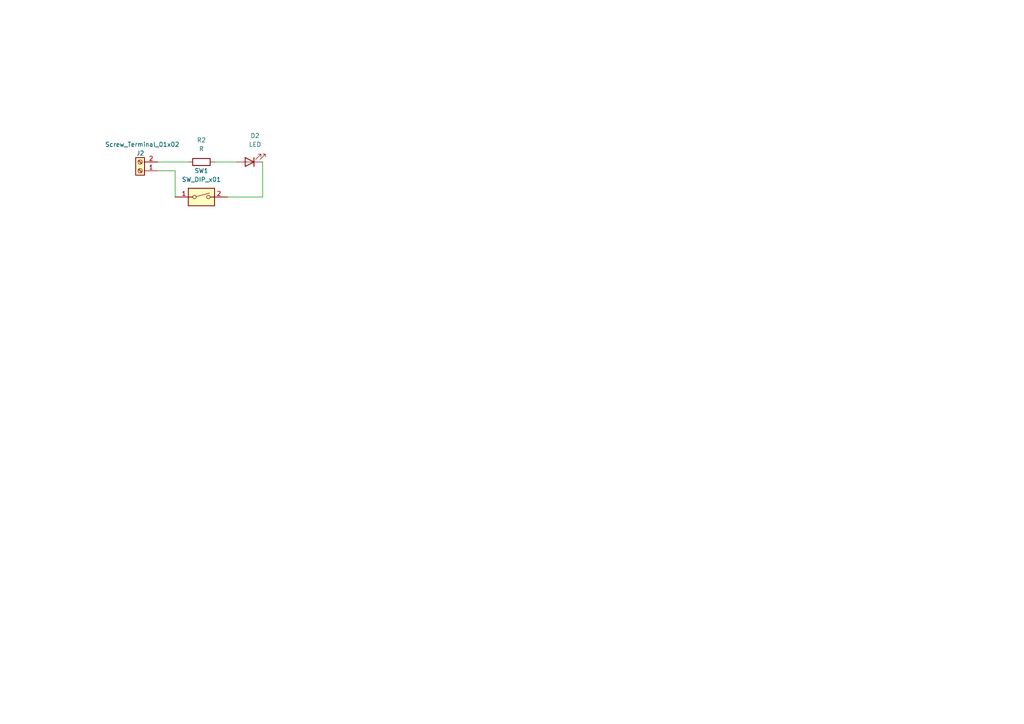
<source format=kicad_sch>
(kicad_sch (version 20230121) (generator eeschema)
  (paper "A4")
  (lib_symbols
    (symbol "Connector:Screw_Terminal_01x02" (pin_names (offset 1.016) hide)
      (property "Reference" "J" (at 0 2.54 0))
      (property "Value" "Screw_Terminal_01x02" (at 0 -5.08 0))
      (symbol "Screw_Terminal_01x02_1_1"
        (rectangle (start -1.27 1.27) (end 1.27 -3.81) (stroke (width 0.254)) (fill (type background)))
        (circle (center 0 -2.54) (radius 0.635) (stroke (width 0.1524)))
        (polyline (pts (xy -0.5334 -2.2098) (xy 0.3302 -3.048)) (stroke (width 0.1524)))
        (polyline (pts (xy -0.5334 0.3302) (xy 0.3302 -0.508)) (stroke (width 0.1524)))
        (polyline (pts (xy -0.3556 -2.032) (xy 0.508 -2.8702)) (stroke (width 0.1524)))
        (polyline (pts (xy -0.3556 0.508) (xy 0.508 -0.3302)) (stroke (width 0.1524)))
        (circle (center 0 0) (radius 0.635) (stroke (width 0.1524)))
        (pin passive line (at -5.08 0 0) (length 3.81) (name "Pin_1") (number "1"))
        (pin passive line (at -5.08 -2.54 0) (length 3.81) (name "Pin_2") (number "2"))
      )
    )
    (symbol "Device:LED" (pin_numbers hide) (pin_names (offset 1.016) hide)
      (property "Reference" "D" (at 0 2.54 0))
      (property "Value" "LED" (at 0 -2.54 0))
      (symbol "LED_0_1"
        (polyline (pts (xy -1.27 -1.27) (xy -1.27 1.27)) (stroke (width 0.254)))
        (polyline (pts (xy -1.27 0) (xy 1.27 0)))
        (polyline (pts (xy 1.27 -1.27) (xy 1.27 1.27) (xy -1.27 0) (xy 1.27 -1.27)) (stroke (width 0.254)))
        (polyline (pts (xy -3.048 -0.762) (xy -4.572 -2.286) (xy -3.81 -2.286) (xy -4.572 -2.286) (xy -4.572 -1.524)))
        (polyline (pts (xy -1.778 -0.762) (xy -3.302 -2.286) (xy -2.54 -2.286) (xy -3.302 -2.286) (xy -3.302 -1.524)))
      )
      (symbol "LED_1_1"
        (pin passive line (at -3.81 0 0) (length 2.54) (name "K") (number "1"))
        (pin passive line (at 3.81 0 180) (length 2.54) (name "A") (number "2"))
      )
    )
    (symbol "Device:R" (pin_numbers hide) (pin_names (offset 0))
      (property "Reference" "R" (at 2.032 0 90))
      (property "Value" "R" (at 0 0 90))
      (symbol "R_0_1"
        (rectangle (start -1.016 -2.54) (end 1.016 2.54) (stroke (width 0.254)))
      )
      (symbol "R_1_1"
        (pin passive line (at 0 3.81 270) (length 1.27) (name "~") (number "1"))
        (pin passive line (at 0 -3.81 90) (length 1.27) (name "~") (number "2"))
      )
    )
    (symbol "Switch:SW_DIP_x01" (pin_names (offset 0) hide)
      (property "Reference" "SW" (at 0 3.81 0))
      (property "Value" "SW_DIP_x01" (at 0 -3.81 0))
      (symbol "SW_DIP_x01_0_0"
        (circle (center -2.032 0) (radius 0.508))
        (polyline (pts (xy -1.524 0.127) (xy 2.3622 1.1684)))
        (circle (center 2.032 0) (radius 0.508))
      )
      (symbol "SW_DIP_x01_0_1"
        (rectangle (start -3.81 2.54) (end 3.81 -2.54) (stroke (width 0.254)) (fill (type background)))
      )
      (symbol "SW_DIP_x01_1_1"
        (pin passive line (at -7.62 0 0) (length 5.08) (name "~") (number "1"))
        (pin passive line (at 7.62 0 180) (length 5.08) (name "~") (number "2"))
      )
    )
  )
  (wire (pts (xy 50.8 49.53) (xy 50.8 57.15)))
  (wire (pts (xy 62.23 46.99) (xy 68.58 46.99)))
  (wire (pts (xy 76.2 57.15) (xy 66.04 57.15)))
  (wire (pts (xy 45.72 49.53) (xy 50.8 49.53)))
  (wire (pts (xy 45.72 46.99) (xy 54.61 46.99)))
  (wire (pts (xy 76.2 46.99) (xy 76.2 57.15)))
  (symbol (lib_id "Switch:SW_DIP_x01") (at 58.42 57.15 0) (unit 1)
    (property "Reference" "SW1" (at 58.42 49.53 0))
    (property "Value" "SW_DIP_x01" (at 58.42 52.07 0))
    (property "Footprint" "Button_Switch_THT:SW_PUSH_6mm_H8.5mm" (effects hide))
  )
  (symbol (lib_id "Connector:Screw_Terminal_01x02") (at 40.64 49.53 180) (unit 1)
    (property "Reference" "J2" (at 41.91 44.45 0) (effects (justify left)))
    (property "Value" "Screw_Terminal_01x02" (at 52.07 41.91 0) (effects (justify left)))
    (property "Footprint" "TerminalBlock:TerminalBlock_Wuerth_691311400102_P7.62mm" (effects hide))
  )
  (symbol (lib_id "Device:R") (at 58.42 46.99 90) (unit 1)
    (property "Reference" "R2" (at 58.42 40.64 90))
    (property "Value" "R" (at 58.42 43.18 90))
    (property "Footprint" "Resistor_THT:R_Axial_DIN0309_L9.0mm_D3.2mm_P12.70mm_Horizontal" (effects hide))
  )
  (symbol (lib_id "Device:LED") (at 72.39 46.99 180) (unit 1)
    (property "Reference" "D2" (at 73.9775 39.37 0))
    (property "Value" "LED" (at 73.9775 41.91 0))
    (property "Footprint" "LED_THT:LED_D10.0mm" (effects hide))
  )
)
</source>
